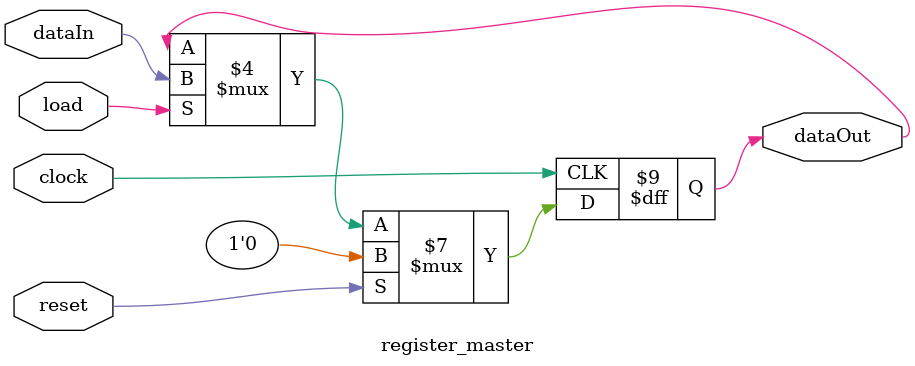
<source format=v>
`timescale 1ns / 1ps


module register_master(load, reset, clock, dataIn, dataOut);

    parameter size = 1;
    
    input load,reset,clock;
    input [size-1:0]dataIn;
    output reg[size-1:0]dataOut;
    
    initial
        begin
            dataOut = 0;
        end
    
    always@(negedge clock)
        begin
            if(reset)
                dataOut <= 0;
            else
                begin
                    if(load)
                        dataOut <= dataIn;
                    else
                        dataOut <= dataOut;
                end
        end
    
endmodule

</source>
